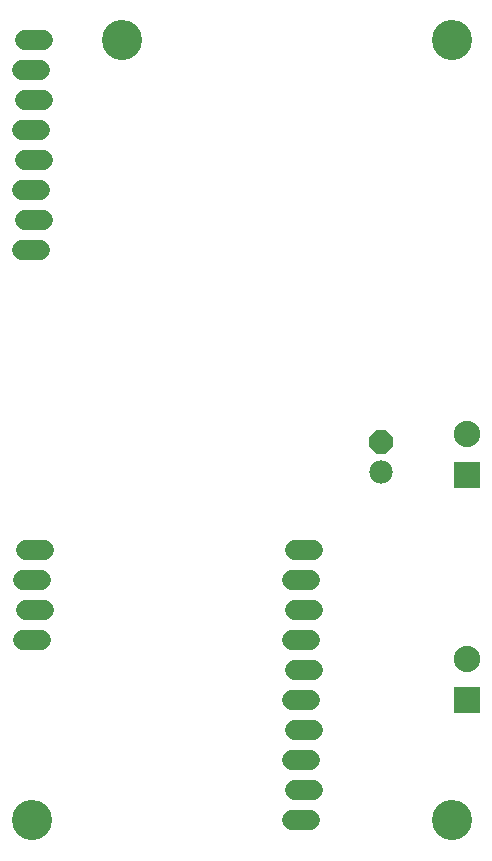
<source format=gbr>
G04 EAGLE Gerber RS-274X export*
G75*
%MOMM*%
%FSLAX34Y34*%
%LPD*%
%INSoldermask Top*%
%IPPOS*%
%AMOC8*
5,1,8,0,0,1.08239X$1,22.5*%
G01*
%ADD10C,3.403200*%
%ADD11C,1.727200*%
%ADD12R,2.235200X2.235200*%
%ADD13C,2.235200*%
%ADD14P,2.144431X8X112.500000*%
%ADD15C,1.981200*%


D10*
X406400Y711200D03*
X127000Y711200D03*
X50800Y50800D03*
X406400Y50800D03*
D11*
X58420Y203200D02*
X43180Y203200D01*
X45720Y228600D02*
X60960Y228600D01*
X58420Y254000D02*
X43180Y254000D01*
X45720Y279400D02*
X60960Y279400D01*
X273050Y279400D02*
X288290Y279400D01*
X285750Y254000D02*
X270510Y254000D01*
X273050Y228600D02*
X288290Y228600D01*
X285750Y203200D02*
X270510Y203200D01*
X273050Y177800D02*
X288290Y177800D01*
X285750Y152400D02*
X270510Y152400D01*
X273050Y127000D02*
X288290Y127000D01*
X285750Y101600D02*
X270510Y101600D01*
X273050Y76200D02*
X288290Y76200D01*
X285750Y50800D02*
X270510Y50800D01*
D12*
X419100Y342900D03*
D13*
X419100Y377900D03*
D12*
X419100Y152400D03*
D13*
X419100Y187400D03*
D11*
X57150Y533400D02*
X41910Y533400D01*
X44450Y558800D02*
X59690Y558800D01*
X57150Y584200D02*
X41910Y584200D01*
X44450Y609600D02*
X59690Y609600D01*
X57150Y635000D02*
X41910Y635000D01*
X44450Y660400D02*
X59690Y660400D01*
X57150Y685800D02*
X41910Y685800D01*
X44450Y711200D02*
X59690Y711200D01*
D14*
X345900Y371000D03*
D15*
X345900Y345600D03*
M02*

</source>
